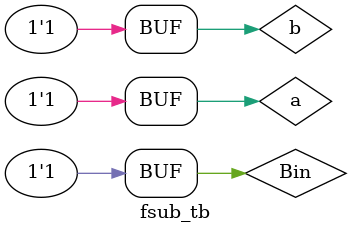
<source format=v>
module fsub_tb;
  reg a, b, Bin;
  wire D, Bout;
  
  fsub fs(a, b, Bin, D, Bout);
  
initial begin
  $monitor("At time %0t: a=%b b=%b, Bin=%b, difference=%b, borrow=%b",$time, a,b,Bin,D,Bout);
    a = 0; b = 0; Bin = 0; #1;
    a = 0; b = 0; Bin = 1; #1;
    a = 0; b = 1; Bin = 0; #1;
    a = 0; b = 1; Bin = 1; #1;
    a = 1; b = 0; Bin = 0; #1;
    a = 1; b = 0; Bin = 1; #1;
    a = 1; b = 1; Bin = 0; #1;
    a = 1; b = 1; Bin = 1;
  end
endmodule

</source>
